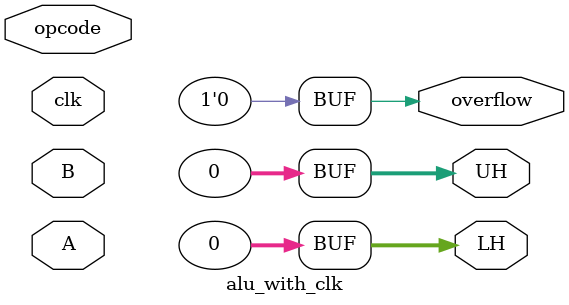
<source format=v>
`timescale 1ns / 1ps


module booth_multiplier(
  input [31:0] A,
  input [31:0] B,
  input clk,
  output reg [63:0] answer
);
  

  
  
  reg [63:0] accumulator;
  reg [63:0] A_complete;
  reg [63:0] A_comp_complete;
  reg flag;
//   initial begin
//     accumulator <= 64'b0;
//     answer <= 64'b0;
//     A_complete <= 64'b0;
//     A_comp_complete <= 64'b0;
//   end
  integer i;
//   always @ (A or B)
  
  always @ (A or B)
    begin
      flag = 1'b0;
    end
  
  always @ (posedge clk)
    begin
      if(~flag)
        begin
      accumulator <= 64'b0;
    answer <= 64'b0;
    A_complete <= 64'b0;
    A_comp_complete <= 64'b0;
//       accumulator <=64'b0;
          if (~A[31])
            begin
              A_complete = {32'b0,A};
              A_comp_complete = {32'hffffffff,-A};
            end
          else
            begin
              A_complete ={32'hffffffff,A};
              A_comp_complete = {32'b0,-A};
            end
        
      for (i=0;i<32;i = i+1)
        begin
//        $display(answer);
          if(i==0)
            begin
              if (B[0])
                begin
                  accumulator = A_comp_complete;
                  A_complete = A_complete << 1;
                  A_comp_complete = A_comp_complete << 1;
                  
                end
              else
                begin
                  A_complete = A_complete << 1;
                  A_comp_complete = A_comp_complete << 1;
                end
            end
          else
            begin
              if(B[i-1] - B[i] == 1)
                begin
                  accumulator = accumulator + A_complete;
                  A_complete = A_complete << 1;
                  A_comp_complete = A_comp_complete << 1;
                end
              else if (B[i-1] - B[i] == -1)
                begin
                  accumulator = accumulator + A_comp_complete;
                  A_complete = A_complete << 1;
                  A_comp_complete = A_comp_complete << 1;
                end
              else
                begin
                  A_complete = A_complete << 1;
                  A_comp_complete = A_comp_complete << 1;
                end
            end
          
          answer <= accumulator;
        end
    end
      else
    begin
//       answer <= accumulator;
      flag = 1'b1;
    end
    end
  
    
        
  
endmodule
module claAdder(
    input [3:0] x,
    input [3:0] y,
    input cin,
    output [3:0] sum,
    output cout,
    output overflow
    );
  wire cneg1;
    assign cneg1 = cin;
    wire c0,c1,c2,c3,g0,g1,g2,g3,p0,p1,p2,p3;
    assign c0 = x[0]&y[0] | x[0]&cin | y[0]&cin;
    assign p0 = x[0]^y[0];
    assign p1 = x[1]^y[1];
    assign p2 = x[2]^y[2];
    assign p3 = x[3]^y[3];
    assign g0 = x[0] & y[0];
    assign g1 = x[1] & y[1];
    assign g2 = x[2] & y[2];
    assign g3 = x[3] & y[3];
    assign c1 = g1 | (p1&c0);
    assign c2 = g2 | (p2&g1) | p2&p1&c0;
    assign c3 = g3 | p3&c2 | p3&p2&g1 | p3&p2&p1&c0;
    
    assign overflow = c3^c2;
    assign sum[0] = p0 ^ cneg1;
    assign sum[1] = p1 ^ c0;
    assign sum[2] = p2 ^ c1;
    assign sum[3] = p3 ^ c2;
    assign cout =  c3;
endmodule



module cla32(
    input [31:0] A,
    input [31:0] B,
    output [31:0] C,
    output overflow_from_module
    );
    wire [31:0] ans;
    wire carry[7:0];
    wire overflow [7:0];
    claAdder cla1(A[3:0],B[3:0],0,ans[3:0],carry[0],overflow[0]);
    claAdder cla2(A[7:4],B[7:4],carry[0],ans[7:4],carry[1],overflow[1]);
    claAdder cla3(A[11:8],B[11:8],carry[1],ans[11:8],carry[2],overflow[2]);
    claAdder cla4(A[15:12],B[15:12],carry[2],ans[15:12],carry[3],overflow[3]);
    claAdder cla5(A[19:16],B[19:16],carry[3],ans[19:16],carry[4],overflow[4]);
    claAdder cla6(A[23:20],B[23:20],carry[4],ans[23:20],carry[5],overflow[5]);
    claAdder cla7(A[27:24],B[27:24],carry[5],ans[27:24],carry[6],overflow[6]);
    claAdder cla8(A[31:28],B[31:28],carry[6],ans[31:28],carry[7],overflow[7]);
    assign overflow_from_module = overflow[7];
    assign C = ans;
endmodule



module cla32_adder(input [31:0] A,input [31:0] B, output [31:0] answer, output overflow);
    cla32 ADDER(A,B,answer,overflow);
endmodule

module cla32_subtracter(input [31:0] A,input [31:0] B, output [31:0] answer, output overflow);
    wire [31:0] B_complement;
    assign B_complement = ~B + 1;
    cla32 SUBTRACTER(A,B_complement, answer, overflow);
endmodule





module control_unit(input [16:0] opcode, output reg [2:0] enable);
parameter [2:0]
Eadd = 3'b100,
Esub = 3'b010,
Emul = 3'b001,
Edefault = 3'b0;
always @ (opcode)
begin
case(opcode)
17'b00000000000110011: enable <= Eadd;
17'b00000000000010011:enable <= Eadd;
17'b01000000000110011: enable <= Esub;
17'b00000010000110011: enable <= Emul;
default: enable <= Edefault;
endcase
end
endmodule




module alu_with_clk(
input [31:0] A,
input [31:0] B,
input [16:0] opcode,
input clk,
output reg [31:0] UH,
output reg [31:0] LH,
output reg overflow
//output reg alu_clk_reg
    );
    
    parameter [2:0]
    Eadd = 3'b100,
    Esub = 3'b010,
    Emul = 3'b001,
    Edefault = 3'b0;
    
    
    
    
    wire alu_clk;
//     reg change;
//     clk_divider_32 clkdivider(clk,alu_clk);
    
    always @ (A or B or opcode)
//    always @ (posedge clk)    
    begin
//    $display("a and b in alu are ", A, B);
//    $display("opcode is ", opcode);
//       change = 1'b0;
   	 UH <= 32'b0;
   	 LH <= 32'b0;
   	 overflow <= 0;
    end
    
    wire [2:0] enable;
    control_unit CU(opcode,enable);
    
    wire [31:0] LH_from_add;
    wire [31:0] LH_from_sub;
    wire [31:0] LH_from_mul;
    wire overflow_add,overflow_sub;
    wire [31:0] UH_from_mul;
    wire [63:0] mul_ans;
    assign LH_from_mul = mul_ans[31:0];
    assign UH_from_mul = mul_ans[63:32];
    
    cla32_adder ADD(A,B,LH_from_add,overflow_add);
    cla32_subtracter SUB(A,B,LH_from_sub,overflow_sub);
  booth_multiplier MUL(A,B,clk,mul_ans);
  
//  always @ (posedge clk, negedge clk)
  always @ (clk)
    
    begin
//    $display("a and b in alu are ", A, B);
//       change = 0
//       $display(enable);
   	 case(enable)
   	 Eadd:
   	 begin
   		 LH <= LH_from_add;
   		 UH <= 32'b0;
   		 overflow <= overflow_add;
  	 
   	 end
   	 Esub:
   	 begin
   		 LH <= LH_from_sub;
   		 UH <= 32'b0;
   		 overflow <= overflow_sub;
  	 
   	 
   	 end
   	 Emul:
   	 begin
//        change = ~change;
   		 LH <= LH_from_mul;
   		 UH <= UH_from_mul;
   		 overflow <= 1'b0;
   	 end
  	 
  	 
   	 default:
   	 begin
   	 UH <= 32'b0;
   	 LH <= 32'b0;
   	 overflow <= 32'b0;
   	 end
   	 endcase
//   	 $display("output from alu is ", LH);
   	 
    end

endmodule


</source>
